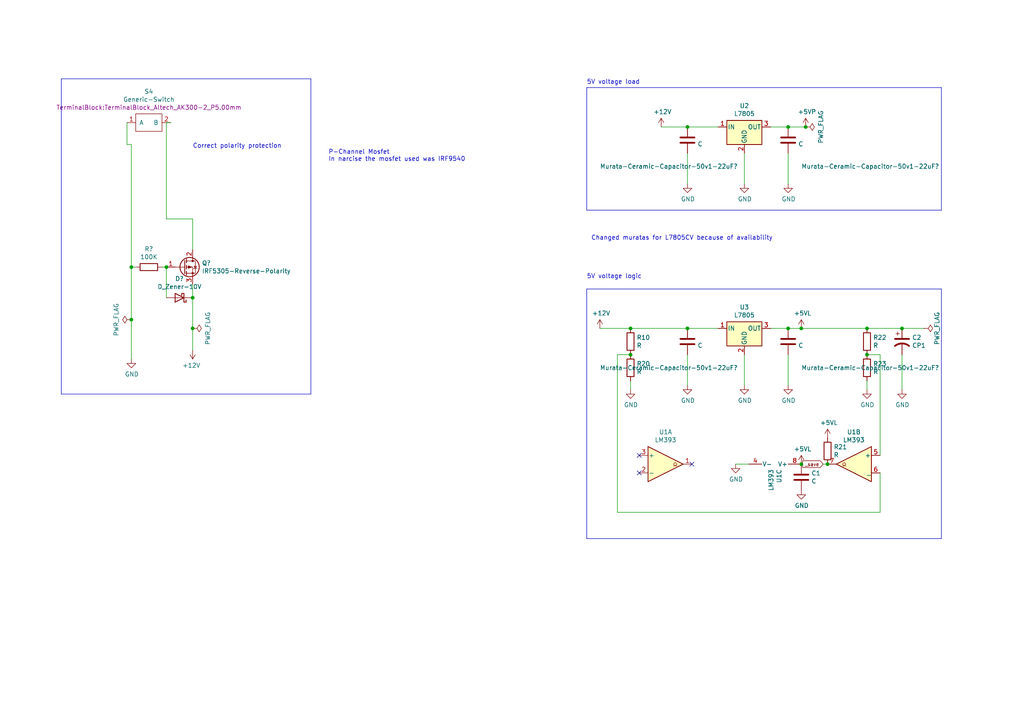
<source format=kicad_sch>
(kicad_sch (version 20230121) (generator eeschema)
  (paper "A4")
  (lib_symbols
    (symbol "Device:C" (pin_numbers hide) (pin_names (offset 0.254))
      (property "Reference" "C" (at 0.635 2.54 0))
      (property "Value" "C" (at 0.635 -2.54 0))
      (symbol "C_0_1"
        (polyline (pts (xy -2.032 -0.762) (xy 2.032 -0.762)) (stroke (width 0.508)))
        (polyline (pts (xy -2.032 0.762) (xy 2.032 0.762)) (stroke (width 0.508)))
      )
      (symbol "C_1_1"
        (pin passive line (at 0 3.81 270) (length 2.794) (name "~") (number "1"))
        (pin passive line (at 0 -3.81 90) (length 2.794) (name "~") (number "2"))
      )
    )
    (symbol "Device:D_Schottky" (pin_numbers hide) (pin_names (offset 1.016) hide)
      (property "Reference" "D" (at 0 2.54 0))
      (property "Value" "D_Schottky" (at 0 -2.54 0))
      (symbol "D_Schottky_0_1"
        (polyline (pts (xy 1.27 0) (xy -1.27 0)))
        (polyline (pts (xy 1.27 1.27) (xy 1.27 -1.27) (xy -1.27 0) (xy 1.27 1.27)) (stroke (width 0.254)))
        (polyline (pts (xy -1.905 0.635) (xy -1.905 1.27) (xy -1.27 1.27) (xy -1.27 -1.27) (xy -0.635 -1.27) (xy -0.635 -0.635)) (stroke (width 0.254)))
      )
      (symbol "D_Schottky_1_1"
        (pin passive line (at -3.81 0 0) (length 2.54) (name "K") (number "1"))
        (pin passive line (at 3.81 0 180) (length 2.54) (name "A") (number "2"))
      )
    )
    (symbol "Device:R" (pin_numbers hide) (pin_names (offset 0))
      (property "Reference" "R" (at 2.032 0 90))
      (property "Value" "R" (at 0 0 90))
      (symbol "R_0_1"
        (rectangle (start -1.016 -2.54) (end 1.016 2.54) (stroke (width 0.254)))
      )
      (symbol "R_1_1"
        (pin passive line (at 0 3.81 270) (length 1.27) (name "~") (number "1"))
        (pin passive line (at 0 -3.81 90) (length 1.27) (name "~") (number "2"))
      )
    )
    (symbol "Regulator_Linear:L7805" (pin_names (offset 0.254))
      (property "Reference" "U" (at -3.81 3.175 0))
      (property "Value" "L7805" (at 0 3.175 0))
      (symbol "L7805_0_1"
        (rectangle (start -5.08 1.905) (end 5.08 -5.08) (stroke (width 0.254)) (fill (type background)))
      )
      (symbol "L7805_1_1"
        (pin power_in line (at -7.62 0 0) (length 2.54) (name "IN") (number "1"))
        (pin power_in line (at 0 -7.62 90) (length 2.54) (name "GND") (number "2"))
        (pin power_out line (at 7.62 0 180) (length 2.54) (name "OUT") (number "3"))
      )
    )
    (symbol "menelaos-v2-rescue:CP1-Device" (pin_numbers hide) (pin_names (offset 0.254) hide)
      (property "Reference" "C" (at 0.635 2.54 0))
      (property "Value" "Device_CP1" (at 0.635 -2.54 0))
      (symbol "CP1-Device_0_1"
        (polyline (pts (xy -2.032 0.762) (xy 2.032 0.762)) (stroke (width 0.508)))
        (polyline (pts (xy -1.778 2.286) (xy -0.762 2.286)))
        (polyline (pts (xy -1.27 1.778) (xy -1.27 2.794)))
        (arc (start 2.032 -1.27) (mid 0 -0.5572) (end -2.032 -1.27) (stroke (width 0.508)))
      )
      (symbol "CP1-Device_1_1"
        (pin passive line (at 0 3.81 270) (length 2.794) (name "~") (number "1"))
        (pin passive line (at 0 -3.81 90) (length 3.302) (name "~") (number "2"))
      )
    )
    (symbol "menelaos-v2-rescue:Generic-Switch-knownParts" (pin_names (offset 1.016))
      (property "Reference" "S" (at 0 8.89 0))
      (property "Value" "knownParts_Generic-Switch" (at 0 5.08 0))
      (property "Footprint" "TerminalBlock:TerminalBlock_Altech_AK300-2_P5.00mm" (at 0 -5.08 0))
      (symbol "Generic-Switch-knownParts_0_1"
        (rectangle (start -3.81 2.54) (end 3.81 -2.54))
      )
      (symbol "Generic-Switch-knownParts_1_1"
        (pin input line (at -6.35 0 0) (length 2.54) (name "A") (number "1"))
        (pin input line (at 6.35 0 180) (length 2.54) (name "B") (number "2"))
      )
    )
    (symbol "menelaos-v2-rescue:IRF5305-Reverse-Polarity-ariadne-ariadne-rescue" (pin_names hide)
      (property "Reference" "Q" (at 3.81 1.905 0))
      (property "Value" "ariadne-rescue_IRF5305-Reverse-Polarity-ariadne" (at 3.81 0 0))
      (symbol "IRF5305-Reverse-Polarity-ariadne-ariadne-rescue_0_1"
        (polyline (pts (xy -1.016 0) (xy -3.81 0)))
        (polyline (pts (xy -1.016 1.905) (xy -1.016 -1.905)) (stroke (width 0.254)))
        (polyline (pts (xy -0.508 -1.27) (xy -0.508 -2.286)) (stroke (width 0.254)))
        (polyline (pts (xy -0.508 0.508) (xy -0.508 -0.508)) (stroke (width 0.254)))
        (polyline (pts (xy -0.508 2.286) (xy -0.508 1.27)) (stroke (width 0.254)))
        (polyline (pts (xy 1.27 2.54) (xy 1.27 1.778)))
        (polyline (pts (xy 1.27 -2.54) (xy 1.27 0) (xy -0.508 0)))
        (polyline (pts (xy -0.508 1.778) (xy 2.032 1.778) (xy 2.032 -1.778) (xy -0.508 -1.778)))
        (polyline (pts (xy 1.016 0) (xy 0 0.381) (xy 0 -0.381) (xy 1.016 0)) (fill (type outline)))
        (polyline (pts (xy 1.524 -0.508) (xy 1.651 -0.381) (xy 2.413 -0.381) (xy 2.54 -0.254)))
        (polyline (pts (xy 2.032 -0.381) (xy 1.651 0.254) (xy 2.413 0.254) (xy 2.032 -0.381)))
        (circle (center 0.381 0) (radius 2.794) (stroke (width 0.254)))
        (circle (center 1.27 -1.778) (radius 0.254) (fill (type outline)))
        (circle (center 1.27 1.778) (radius 0.254) (fill (type outline)))
      )
      (symbol "IRF5305-Reverse-Polarity-ariadne-ariadne-rescue_1_1"
        (pin passive line (at -6.35 0 0) (length 2.54) (name "G") (number "1"))
        (pin output line (at 1.27 5.08 270) (length 2.54) (name "D") (number "2"))
        (pin input line (at 1.27 -5.08 90) (length 2.54) (name "S") (number "3"))
      )
    )
    (symbol "menelaos-v2-rescue:LM393-Comparator" (pin_names (offset 0.127))
      (property "Reference" "U" (at 3.81 3.81 0))
      (property "Value" "Comparator_LM393" (at 6.35 -3.81 0))
      (symbol "LM393-Comparator_1_1"
        (polyline (pts (xy -5.08 5.08) (xy 5.08 0) (xy -5.08 -5.08) (xy -5.08 5.08)) (stroke (width 0.254)) (fill (type background)))
        (polyline (pts (xy 3.302 -0.508) (xy 2.794 -0.508) (xy 3.302 0) (xy 2.794 0.508) (xy 2.286 0) (xy 2.794 -0.508) (xy 2.286 -0.508)) (stroke (width 0.127)))
        (pin open_collector line (at 7.62 0 180) (length 2.54) (name "~") (number "1"))
        (pin input line (at -7.62 -2.54 0) (length 2.54) (name "-") (number "2"))
        (pin input line (at -7.62 2.54 0) (length 2.54) (name "+") (number "3"))
      )
      (symbol "LM393-Comparator_2_1"
        (polyline (pts (xy -5.08 5.08) (xy 5.08 0) (xy -5.08 -5.08) (xy -5.08 5.08)) (stroke (width 0.254)) (fill (type background)))
        (polyline (pts (xy 3.302 -0.508) (xy 2.794 -0.508) (xy 3.302 0) (xy 2.794 0.508) (xy 2.286 0) (xy 2.794 -0.508) (xy 2.286 -0.508)) (stroke (width 0.127)))
        (pin input line (at -7.62 2.54 0) (length 2.54) (name "+") (number "5"))
        (pin input line (at -7.62 -2.54 0) (length 2.54) (name "_") (number "6"))
        (pin open_collector line (at 7.62 0 180) (length 2.54) (name "~") (number "7"))
      )
      (symbol "LM393-Comparator_3_1"
        (pin power_in line (at -2.54 -7.62 90) (length 3.81) (name "V-") (number "4"))
        (pin power_in line (at -2.54 7.62 270) (length 3.81) (name "V+") (number "8"))
      )
    )
    (symbol "power:+12V" (power) (pin_names (offset 0))
      (property "Value" "+12V" (at 0 3.556 0))
      (symbol "+12V_0_1"
        (polyline (pts (xy -0.762 1.27) (xy 0 2.54)))
        (polyline (pts (xy 0 0) (xy 0 2.54)))
        (polyline (pts (xy 0 2.54) (xy 0.762 1.27)))
      )
      (symbol "+12V_1_1"
        (pin power_in line (at 0 0 90) (length 0) hide (name "+12V") (number "1"))
      )
    )
    (symbol "power:+5VL" (power) (pin_names (offset 0))
      (property "Value" "+5VL" (at 0 3.556 0))
      (symbol "+5VL_0_1"
        (polyline (pts (xy -0.762 1.27) (xy 0 2.54)))
        (polyline (pts (xy 0 0) (xy 0 2.54)))
        (polyline (pts (xy 0 2.54) (xy 0.762 1.27)))
      )
      (symbol "+5VL_1_1"
        (pin power_in line (at 0 0 90) (length 0) hide (name "+5VL") (number "1"))
      )
    )
    (symbol "power:+5VP" (power) (pin_names (offset 0))
      (property "Value" "+5VP" (at 0 3.556 0))
      (symbol "+5VP_0_1"
        (polyline (pts (xy -0.762 1.27) (xy 0 2.54)))
        (polyline (pts (xy 0 0) (xy 0 2.54)))
        (polyline (pts (xy 0 2.54) (xy 0.762 1.27)))
      )
      (symbol "+5VP_1_1"
        (pin power_in line (at 0 0 90) (length 0) hide (name "+5VP") (number "1"))
      )
    )
    (symbol "power:GND" (power) (pin_names (offset 0))
      (property "Value" "GND" (at 0 -3.81 0))
      (symbol "GND_0_1"
        (polyline (pts (xy 0 0) (xy 0 -1.27) (xy 1.27 -1.27) (xy 0 -2.54) (xy -1.27 -1.27) (xy 0 -1.27)))
      )
      (symbol "GND_1_1"
        (pin power_in line (at 0 0 270) (length 0) hide (name "GND") (number "1"))
      )
    )
    (symbol "power:PWR_FLAG" (power) (pin_numbers hide) (pin_names (offset 0) hide)
      (property "Value" "PWR_FLAG" (at 0 3.81 0))
      (symbol "PWR_FLAG_0_0"
        (pin power_out line (at 0 0 90) (length 0) (name "pwr") (number "1"))
      )
      (symbol "PWR_FLAG_0_1"
        (polyline (pts (xy 0 0) (xy 0 1.27) (xy -1.016 1.905) (xy 0 2.54) (xy 1.016 1.905) (xy 0 1.27)))
      )
    )
  )
  (junction (at 55.88 86.36))
  (junction (at 228.6 36.83))
  (junction (at 232.41 95.25))
  (junction (at 251.46 95.25))
  (junction (at 232.41 134.62))
  (junction (at 182.88 95.25))
  (junction (at 240.03 134.62))
  (junction (at 199.39 95.25))
  (junction (at 261.62 95.25))
  (junction (at 228.6 95.25))
  (junction (at 38.1 92.71))
  (junction (at 251.46 102.87))
  (junction (at 48.26 77.47))
  (junction (at 55.88 95.25))
  (junction (at 199.39 36.83))
  (junction (at 182.88 102.87))
  (junction (at 38.1 77.47))
  (junction (at 233.68 36.83))
  (no_connect (at 200.66 134.62))
  (no_connect (at 185.42 137.16))
  (no_connect (at 185.42 132.08))
  (wire (pts (xy 213.36 134.62) (xy 217.17 134.62)))
  (wire (pts (xy 251.46 95.25) (xy 261.62 95.25)))
  (polyline (pts (xy 170.18 25.4) (xy 170.18 60.96)))
  (wire (pts (xy 191.77 36.83) (xy 199.39 36.83)))
  (wire (pts (xy 48.26 35.56) (xy 48.26 63.5)))
  (wire (pts (xy 208.28 36.83) (xy 199.39 36.83)))
  (wire (pts (xy 228.6 111.76) (xy 228.6 102.87)))
  (wire (pts (xy 38.1 92.71) (xy 38.1 104.14)))
  (wire (pts (xy 228.6 53.34) (xy 228.6 44.45)))
  (wire (pts (xy 55.88 63.5) (xy 55.88 72.39)))
  (polyline (pts (xy 17.78 114.3) (xy 90.17 114.3)))
  (wire (pts (xy 238.76 134.62) (xy 240.03 134.62)))
  (wire (pts (xy 182.88 102.87) (xy 179.07 102.87)))
  (wire (pts (xy 48.26 86.36) (xy 48.26 77.47)))
  (wire (pts (xy 179.07 102.87) (xy 179.07 148.59)))
  (wire (pts (xy 251.46 110.49) (xy 251.46 113.03)))
  (wire (pts (xy 223.52 36.83) (xy 228.6 36.83)))
  (wire (pts (xy 215.9 102.87) (xy 215.9 111.76)))
  (wire (pts (xy 208.28 95.25) (xy 199.39 95.25)))
  (wire (pts (xy 48.26 35.56) (xy 49.53 35.56)))
  (wire (pts (xy 36.83 41.91) (xy 36.83 35.56)))
  (wire (pts (xy 46.99 77.47) (xy 48.26 77.47)))
  (wire (pts (xy 179.07 148.59) (xy 255.27 148.59)))
  (wire (pts (xy 228.6 95.25) (xy 232.41 95.25)))
  (polyline (pts (xy 273.05 83.82) (xy 273.05 156.21)))
  (wire (pts (xy 55.88 63.5) (xy 48.26 63.5)))
  (wire (pts (xy 199.39 102.87) (xy 199.39 111.76)))
  (wire (pts (xy 199.39 44.45) (xy 199.39 53.34)))
  (polyline (pts (xy 90.17 22.86) (xy 17.78 22.86)))
  (polyline (pts (xy 170.18 25.4) (xy 273.05 25.4)))
  (wire (pts (xy 182.88 95.25) (xy 199.39 95.25)))
  (polyline (pts (xy 170.18 83.82) (xy 170.18 156.21)))
  (wire (pts (xy 55.88 95.25) (xy 55.88 101.6)))
  (wire (pts (xy 255.27 148.59) (xy 255.27 137.16)))
  (wire (pts (xy 228.6 36.83) (xy 233.68 36.83)))
  (wire (pts (xy 261.62 95.25) (xy 267.97 95.25)))
  (wire (pts (xy 36.83 41.91) (xy 38.1 41.91)))
  (polyline (pts (xy 17.78 22.86) (xy 17.78 114.3)))
  (wire (pts (xy 255.27 102.87) (xy 255.27 132.08)))
  (wire (pts (xy 232.41 95.25) (xy 251.46 95.25)))
  (polyline (pts (xy 170.18 60.96) (xy 273.05 60.96)))
  (polyline (pts (xy 90.17 114.3) (xy 90.17 22.86)))
  (polyline (pts (xy 170.18 83.82) (xy 273.05 83.82)))
  (wire (pts (xy 38.1 92.71) (xy 38.1 77.47)))
  (wire (pts (xy 38.1 41.91) (xy 38.1 77.47)))
  (wire (pts (xy 261.62 113.03) (xy 261.62 102.87)))
  (wire (pts (xy 251.46 102.87) (xy 255.27 102.87)))
  (wire (pts (xy 182.88 110.49) (xy 182.88 113.03)))
  (wire (pts (xy 173.99 95.25) (xy 182.88 95.25)))
  (wire (pts (xy 215.9 44.45) (xy 215.9 53.34)))
  (wire (pts (xy 55.88 82.55) (xy 55.88 86.36)))
  (polyline (pts (xy 273.05 25.4) (xy 273.05 60.96)))
  (wire (pts (xy 39.37 77.47) (xy 38.1 77.47)))
  (polyline (pts (xy 170.18 156.21) (xy 273.05 156.21)))
  (wire (pts (xy 55.88 86.36) (xy 55.88 95.25)))
  (wire (pts (xy 223.52 95.25) (xy 228.6 95.25)))
  (text "Changed muratas for L7805CV because of availability\n" (at 171.45 69.85 0) (effects (font (size 1.27 1.27)) (justify left bottom)))
  (text "Correct polarity protection\n" (at 55.88 43.18 0) (effects (font (size 1.27 1.27)) (justify left bottom)))
  (text "5V voltage load\n\n" (at 170.18 26.67 0) (effects (font (size 1.27 1.27)) (justify left bottom)))
  (text "5V voltage logic\n\n\n" (at 170.18 85.09 0) (effects (font (size 1.27 1.27)) (justify left bottom)))
  (text "P-Channel Mosfet\nIn narcise the mosfet used was IRF9540" (at 95.25 46.99 0) (effects (font (size 1.27 1.27)) (justify left bottom)))
  (global_label "_save" (shape input) (at 238.76 134.62 180) (effects (font (size 0.9906 0.9906))) (property "Intersheetrefs" "${INTERSHEET_REFS}" (effects hide)))
  (symbol (lib_id "menelaos-v2-rescue:IRF5305-Reverse-Polarity-ariadne-ariadne-rescue") (at 54.61 77.47 0) (unit 1)
    (property "Reference" "Q1" (at 58.547 76.3016 0) (effects (justify left)))
    (property "Value" "IRF5305-Reverse-Polarity" (at 58.547 78.613 0) (effects (justify left)))
    (property "Footprint" "Package_TO_SOT_THT:TO-220-3_Horizontal_TabDown" (effects hide))
    (property "Datasheet" "http://www.irf.com/product-info/datasheets/data/irf7606pbf.pdf" (effects hide))
    (instances (project "menelaos-rev3" (path "" (reference "Q?") (unit 1))) (project "menelaos-v2" (path "" (reference "Q?") (unit 1)) (path "" (reference "Q1") (unit 1))))
  )
  (symbol (lib_id "power:PWR_FLAG") (at 38.1 92.71 90) (unit 1)
    (property "Reference" "#FLG0102" (effects hide))
    (property "Value" "PWR_FLAG" (at 33.7058 92.71 0))
    (instances (project "menelaos-rev3" (path "" (reference "#FLG?") (unit 1))) (project "menelaos-v2" (path "" (reference "#FLG?") (unit 1)) (path "" (reference "#FLG0102") (unit 1))))
  )
  (symbol (lib_id "power:PWR_FLAG") (at 55.88 95.25 270) (unit 1)
    (property "Reference" "#FLG0103" (effects hide))
    (property "Value" "PWR_FLAG" (at 60.2742 95.25 0))
    (instances (project "menelaos-rev3" (path "" (reference "#FLG?") (unit 1))) (project "menelaos-v2" (path "" (reference "#FLG?") (unit 1)) (path "" (reference "#FLG0103") (unit 1))))
  )
  (symbol (lib_id "power:GND") (at 38.1 104.14 0) (unit 1)
    (property "Reference" "#PWR0127" (effects hide))
    (property "Value" "GND" (at 38.227 108.5342 0))
    (instances (project "menelaos-rev3" (path "" (reference "#PWR?") (unit 1))) (project "menelaos-v2" (path "" (reference "#PWR?") (unit 1)) (path "" (reference "#PWR0127") (unit 1))))
  )
  (symbol (lib_id "Device:D_Schottky") (at 52.07 86.36 180) (unit 1)
    (property "Reference" "D1" (at 52.07 80.8482 0))
    (property "Value" "D_Zener-10V" (at 52.07 83.1596 0))
    (property "Footprint" "Diode_THT:D_DO-41_SOD81_P7.62mm_Horizontal" (effects hide))
    (instances (project "menelaos-rev3" (path "" (reference "D?") (unit 1))) (project "menelaos-v2" (path "" (reference "D?") (unit 1)) (path "" (reference "D1") (unit 1))))
  )
  (symbol (lib_id "Device:R") (at 43.18 77.47 270) (unit 1)
    (property "Reference" "R9" (at 43.18 72.2122 90))
    (property "Value" "100K" (at 43.18 74.5236 90))
    (property "Footprint" "Resistor_THT:R_Axial_DIN0204_L3.6mm_D1.6mm_P7.62mm_Horizontal" (effects hide))
    (instances (project "menelaos-rev3" (path "" (reference "R?") (unit 1))) (project "menelaos-v2" (path "" (reference "R?") (unit 1)) (path "" (reference "R9") (unit 1))))
  )
  (symbol (lib_id "Device:C") (at 199.39 40.64 0) (unit 1)
    (property "Reference" "Murata-Ceramic-Capacitor-50v1-22uF1" (at 173.99 48.26 0) (effects (justify left)))
    (property "Value" "C" (at 202.311 41.783 0) (effects (justify left)))
    (property "Footprint" "Capacitor_THT:C_Disc_D3.0mm_W1.6mm_P2.50mm" (effects hide))
    (instances (project "menelaos-rev3" (path "" (reference "Murata-Ceramic-Capacitor-50v1-22uF?") (unit 1))) (project "menelaos-v2" (path "" (reference "Murata-Ceramic-Capacitor-50v1-22uF?") (unit 1)) (path "" (reference "Murata-Ceramic-Capacitor-50v1-22uF1") (unit 1))))
  )
  (symbol (lib_id "power:GND") (at 215.9 53.34 0) (unit 1)
    (property "Reference" "#PWR0124" (effects hide))
    (property "Value" "GND" (at 216.027 57.7342 0))
    (instances (project "menelaos-rev3" (path "" (reference "#PWR?") (unit 1))) (project "menelaos-v2" (path "" (reference "#PWR?") (unit 1)) (path "" (reference "#PWR0124") (unit 1))))
  )
  (symbol (lib_id "power:GND") (at 199.39 53.34 0) (unit 1)
    (property "Reference" "#PWR0125" (effects hide))
    (property "Value" "GND" (at 199.517 57.7342 0))
    (instances (project "menelaos-rev3" (path "" (reference "#PWR?") (unit 1))) (project "menelaos-v2" (path "" (reference "#PWR?") (unit 1)) (path "" (reference "#PWR0125") (unit 1))))
  )
  (symbol (lib_id "power:GND") (at 228.6 53.34 0) (unit 1)
    (property "Reference" "#PWR0126" (effects hide))
    (property "Value" "GND" (at 228.727 57.7342 0))
    (instances (project "menelaos-rev3" (path "" (reference "#PWR?") (unit 1))) (project "menelaos-v2" (path "" (reference "#PWR?") (unit 1)) (path "" (reference "#PWR0126") (unit 1))))
  )
  (symbol (lib_id "Device:C") (at 228.6 40.64 0) (unit 1)
    (property "Reference" "Murata-Ceramic-Capacitor-50v1-22uF3" (at 232.41 48.26 0) (effects (justify left)))
    (property "Value" "C" (at 231.521 41.783 0) (effects (justify left)))
    (property "Footprint" "Capacitor_THT:C_Disc_D3.0mm_W1.6mm_P2.50mm" (effects hide))
    (instances (project "menelaos-rev3" (path "" (reference "Murata-Ceramic-Capacitor-50v1-22uF?") (unit 1))) (project "menelaos-v2" (path "" (reference "Murata-Ceramic-Capacitor-50v1-22uF?") (unit 1)) (path "" (reference "Murata-Ceramic-Capacitor-50v1-22uF3") (unit 1))))
  )
  (symbol (lib_id "power:PWR_FLAG") (at 233.68 36.83 270) (unit 1)
    (property "Reference" "#FLG0101" (effects hide))
    (property "Value" "PWR_FLAG" (at 238.0742 36.83 0))
    (instances (project "menelaos-rev3" (path "" (reference "#FLG?") (unit 1))) (project "menelaos-v2" (path "" (reference "#FLG?") (unit 1)) (path "" (reference "#FLG0101") (unit 1))))
  )
  (symbol (lib_id "Device:C") (at 232.41 138.43 0) (unit 1)
    (property "Reference" "C1" (at 235.331 137.2616 0) (effects (justify left)))
    (property "Value" "C" (at 235.331 139.573 0) (effects (justify left)))
    (property "Footprint" "Capacitor_THT:C_Disc_D4.3mm_W1.9mm_P5.00mm" (effects hide))
  )
  (symbol (lib_id "power:GND") (at 232.41 142.24 0) (unit 1)
    (property "Reference" "#PWR021" (effects hide))
    (property "Value" "GND" (at 232.537 146.6342 0))
    (instances (project "menelaos-rev3" (path "" (reference "#PWR?") (unit 1))) (project "menelaos-v2" (path "" (reference "#PWR?") (unit 1)) (path "" (reference "#PWR021") (unit 1))))
  )
  (symbol (lib_id "Regulator_Linear:L7805") (at 215.9 95.25 0) (unit 1)
    (property "Reference" "U3" (at 215.9 89.1032 0))
    (property "Value" "L7805" (at 215.9 91.4146 0))
    (property "Footprint" "Package_TO_SOT_THT:TO-220-3_Horizontal_TabDown" (effects hide))
    (property "Datasheet" "http://www.st.com/content/ccc/resource/technical/document/datasheet/41/4f/b3/b0/12/d4/47/88/CD00000444.pdf/files/CD00000444.pdf/jcr:content/translations/en.CD00000444.pdf" (effects hide))
  )
  (symbol (lib_id "Regulator_Linear:L7805") (at 215.9 36.83 0) (unit 1)
    (property "Reference" "U2" (at 215.9 30.6832 0))
    (property "Value" "L7805" (at 215.9 32.9946 0))
    (property "Footprint" "Package_TO_SOT_THT:TO-220-3_Horizontal_TabDown" (effects hide))
    (property "Datasheet" "http://www.st.com/content/ccc/resource/technical/document/datasheet/41/4f/b3/b0/12/d4/47/88/CD00000444.pdf/files/CD00000444.pdf/jcr:content/translations/en.CD00000444.pdf" (effects hide))
  )
  (symbol (lib_id "Device:R") (at 182.88 106.68 0) (unit 1)
    (property "Reference" "R20" (at 184.658 105.5116 0) (effects (justify left)))
    (property "Value" "R" (at 184.658 107.823 0) (effects (justify left)))
    (property "Footprint" "Resistor_THT:R_Axial_DIN0204_L3.6mm_D1.6mm_P7.62mm_Horizontal" (effects hide))
  )
  (symbol (lib_id "Device:R") (at 182.88 99.06 0) (unit 1)
    (property "Reference" "R10" (at 184.658 97.8916 0) (effects (justify left)))
    (property "Value" "R" (at 184.658 100.203 0) (effects (justify left)))
    (property "Footprint" "Resistor_THT:R_Axial_DIN0204_L3.6mm_D1.6mm_P7.62mm_Horizontal" (effects hide))
  )
  (symbol (lib_id "Device:R") (at 251.46 99.06 0) (unit 1)
    (property "Reference" "R22" (at 253.238 97.8916 0) (effects (justify left)))
    (property "Value" "R" (at 253.238 100.203 0) (effects (justify left)))
    (property "Footprint" "Resistor_THT:R_Axial_DIN0204_L3.6mm_D1.6mm_P7.62mm_Horizontal" (effects hide))
  )
  (symbol (lib_id "Device:R") (at 251.46 106.68 0) (unit 1)
    (property "Reference" "R23" (at 253.238 105.5116 0) (effects (justify left)))
    (property "Value" "R" (at 253.238 107.823 0) (effects (justify left)))
    (property "Footprint" "Resistor_THT:R_Axial_DIN0204_L3.6mm_D1.6mm_P7.62mm_Horizontal" (effects hide))
  )
  (symbol (lib_id "Device:C") (at 199.39 99.06 0) (unit 1)
    (property "Reference" "Murata-Ceramic-Capacitor-50v1-22uF2" (at 173.99 106.68 0) (effects (justify left)))
    (property "Value" "C" (at 202.311 100.203 0) (effects (justify left)))
    (property "Footprint" "Capacitor_THT:C_Disc_D3.0mm_W1.6mm_P2.50mm" (effects hide))
    (instances (project "menelaos-rev3" (path "" (reference "Murata-Ceramic-Capacitor-50v1-22uF?") (unit 1))) (project "menelaos-v2" (path "" (reference "Murata-Ceramic-Capacitor-50v1-22uF?") (unit 1)) (path "" (reference "Murata-Ceramic-Capacitor-50v1-22uF2") (unit 1))))
  )
  (symbol (lib_id "power:GND") (at 215.9 111.76 0) (unit 1)
    (property "Reference" "#PWR0128" (effects hide))
    (property "Value" "GND" (at 216.027 116.1542 0))
    (instances (project "menelaos-rev3" (path "" (reference "#PWR?") (unit 1))) (project "menelaos-v2" (path "" (reference "#PWR?") (unit 1)) (path "" (reference "#PWR0128") (unit 1))))
  )
  (symbol (lib_id "power:GND") (at 199.39 111.76 0) (unit 1)
    (property "Reference" "#PWR0129" (effects hide))
    (property "Value" "GND" (at 199.517 116.1542 0))
    (instances (project "menelaos-rev3" (path "" (reference "#PWR?") (unit 1))) (project "menelaos-v2" (path "" (reference "#PWR?") (unit 1)) (path "" (reference "#PWR0129") (unit 1))))
  )
  (symbol (lib_id "power:GND") (at 228.6 111.76 0) (unit 1)
    (property "Reference" "#PWR0130" (effects hide))
    (property "Value" "GND" (at 228.727 116.1542 0))
    (instances (project "menelaos-rev3" (path "" (reference "#PWR?") (unit 1))) (project "menelaos-v2" (path "" (reference "#PWR?") (unit 1)) (path "" (reference "#PWR0130") (unit 1))))
  )
  (symbol (lib_id "Device:C") (at 228.6 99.06 0) (unit 1)
    (property "Reference" "Murata-Ceramic-Capacitor-50v1-22uF4" (at 232.41 106.68 0) (effects (justify left)))
    (property "Value" "C" (at 231.521 100.203 0) (effects (justify left)))
    (property "Footprint" "Capacitor_THT:C_Disc_D3.0mm_W1.6mm_P2.50mm" (effects hide))
    (instances (project "menelaos-rev3" (path "" (reference "Murata-Ceramic-Capacitor-50v1-22uF?") (unit 1))) (project "menelaos-v2" (path "" (reference "Murata-Ceramic-Capacitor-50v1-22uF?") (unit 1)) (path "" (reference "Murata-Ceramic-Capacitor-50v1-22uF4") (unit 1))))
  )
  (symbol (lib_id "power:PWR_FLAG") (at 267.97 95.25 270) (unit 1)
    (property "Reference" "#FLG0104" (effects hide))
    (property "Value" "PWR_FLAG" (at 271.78 95.25 0))
    (instances (project "menelaos-rev3" (path "" (reference "#FLG?") (unit 1))) (project "menelaos-v2" (path "" (reference "#FLG?") (unit 1)) (path "" (reference "#FLG0104") (unit 1))))
  )
  (symbol (lib_id "power:+5VP") (at 233.68 36.83 0) (unit 1)
    (property "Reference" "#PWR022" (effects hide))
    (property "Value" "+5VP" (at 234.061 32.4358 0))
  )
  (symbol (lib_id "power:+5VL") (at 232.41 95.25 0) (unit 1)
    (property "Reference" "#PWR018" (effects hide))
    (property "Value" "+5VL" (at 232.791 90.8558 0))
  )
  (symbol (lib_id "power:+12V") (at 55.88 101.6 180) (unit 1)
    (property "Reference" "#PWR013" (effects hide))
    (property "Value" "+12V" (at 55.499 105.9942 0))
  )
  (symbol (lib_id "power:+12V") (at 173.99 95.25 0) (unit 1)
    (property "Reference" "#PWR016" (effects hide))
    (property "Value" "+12V" (at 174.371 90.8558 0))
  )
  (symbol (lib_id "power:+12V") (at 191.77 36.83 0) (unit 1)
    (property "Reference" "#PWR017" (effects hide))
    (property "Value" "+12V" (at 192.151 32.4358 0))
  )
  (symbol (lib_id "power:GND") (at 182.88 113.03 0) (unit 1)
    (property "Reference" "#PWR0135" (effects hide))
    (property "Value" "GND" (at 183.007 117.4242 0))
    (instances (project "menelaos-rev3" (path "" (reference "#PWR?") (unit 1))) (project "menelaos-v2" (path "" (reference "#PWR?") (unit 1)) (path "" (reference "#PWR0135") (unit 1))))
  )
  (symbol (lib_id "menelaos-v2-rescue:LM393-Comparator") (at 193.04 134.62 0) (unit 1)
    (property "Reference" "U1" (at 193.04 125.2982 0))
    (property "Value" "LM393" (at 193.04 127.6096 0))
    (property "Footprint" "Package_DIP:DIP-8_W7.62mm_Socket_LongPads" (effects hide))
    (property "Datasheet" "http://www.ti.com/lit/ds/symlink/lm393.pdf" (effects hide))
  )
  (symbol (lib_id "menelaos-v2-rescue:LM393-Comparator") (at 247.65 134.62 0) (mirror y) (unit 2)
    (property "Reference" "U1" (at 247.65 125.2982 0))
    (property "Value" "LM393" (at 247.65 127.6096 0))
    (property "Footprint" "Package_DIP:DIP-8_W7.62mm_Socket_LongPads" (effects hide))
    (property "Datasheet" "http://www.ti.com/lit/ds/symlink/lm393.pdf" (effects hide))
  )
  (symbol (lib_id "menelaos-v2-rescue:LM393-Comparator") (at 224.79 137.16 270) (unit 3)
    (property "Reference" "U1" (at 225.9584 136.0932 0) (effects (justify left)))
    (property "Value" "LM393" (at 223.647 136.0932 0) (effects (justify left)))
    (property "Footprint" "Package_DIP:DIP-8_W7.62mm_Socket_LongPads" (effects hide))
    (property "Datasheet" "http://www.ti.com/lit/ds/symlink/lm393.pdf" (effects hide))
  )
  (symbol (lib_id "power:GND") (at 251.46 113.03 0) (unit 1)
    (property "Reference" "#PWR0137" (effects hide))
    (property "Value" "GND" (at 251.587 117.4242 0))
    (instances (project "menelaos-rev3" (path "" (reference "#PWR?") (unit 1))) (project "menelaos-v2" (path "" (reference "#PWR?") (unit 1)) (path "" (reference "#PWR0137") (unit 1))))
  )
  (symbol (lib_id "power:+5VL") (at 232.41 134.62 0) (unit 1)
    (property "Reference" "#PWR020" (effects hide))
    (property "Value" "+5VL" (at 232.791 130.2258 0))
  )
  (symbol (lib_id "power:GND") (at 213.36 134.62 0) (unit 1)
    (property "Reference" "#PWR0139" (effects hide))
    (property "Value" "GND" (at 213.487 139.0142 0))
    (instances (project "menelaos-rev3" (path "" (reference "#PWR?") (unit 1))) (project "menelaos-v2" (path "" (reference "#PWR?") (unit 1)) (path "" (reference "#PWR0139") (unit 1))))
  )
  (symbol (lib_id "menelaos-v2-rescue:CP1-Device") (at 261.62 99.06 0) (unit 1)
    (property "Reference" "C2" (at 264.541 97.8916 0) (effects (justify left)))
    (property "Value" "CP1" (at 264.541 100.203 0) (effects (justify left)))
    (property "Footprint" "Capacitor_THT:CP_Radial_D13.0mm_P5.00mm" (effects hide))
  )
  (symbol (lib_id "power:GND") (at 261.62 113.03 0) (unit 1)
    (property "Reference" "#PWR0140" (effects hide))
    (property "Value" "GND" (at 261.747 117.4242 0))
    (instances (project "menelaos-rev3" (path "" (reference "#PWR?") (unit 1))) (project "menelaos-v2" (path "" (reference "#PWR?") (unit 1)) (path "" (reference "#PWR0140") (unit 1))))
  )
  (symbol (lib_id "Device:R") (at 240.03 130.81 0) (unit 1)
    (property "Reference" "R21" (at 241.808 129.6416 0) (effects (justify left)))
    (property "Value" "R" (at 241.808 131.953 0) (effects (justify left)))
    (property "Footprint" "Resistor_THT:R_Axial_DIN0204_L3.6mm_D1.6mm_P7.62mm_Horizontal" (effects hide))
  )
  (symbol (lib_id "power:+5VL") (at 240.03 127 0) (unit 1)
    (property "Reference" "#PWR023" (effects hide))
    (property "Value" "+5VL" (at 240.411 122.6058 0))
  )
  (symbol (lib_id "menelaos-v2-rescue:Generic-Switch-knownParts") (at 43.18 35.56 0) (unit 1)
    (property "Reference" "S4" (at 43.18 26.543 0))
    (property "Value" "Generic-Switch" (at 43.18 28.8544 0))
    (property "Footprint" "TerminalBlock:TerminalBlock_Altech_AK300-2_P5.00mm" (at 43.18 31.1658 0))
  )
)
</source>
